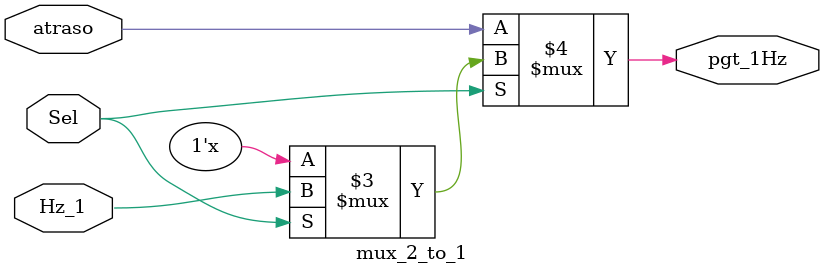
<source format=v>
module mux_2_to_1(output wire pgt_1Hz,
                input wire atraso,  Hz_1 , Sel);

assign pgt_1Hz = (Sel == 1'b0) ? atraso :
                 (Sel == 1'b1) ?  Hz_1 :
                 1'bX;

endmodule

</source>
